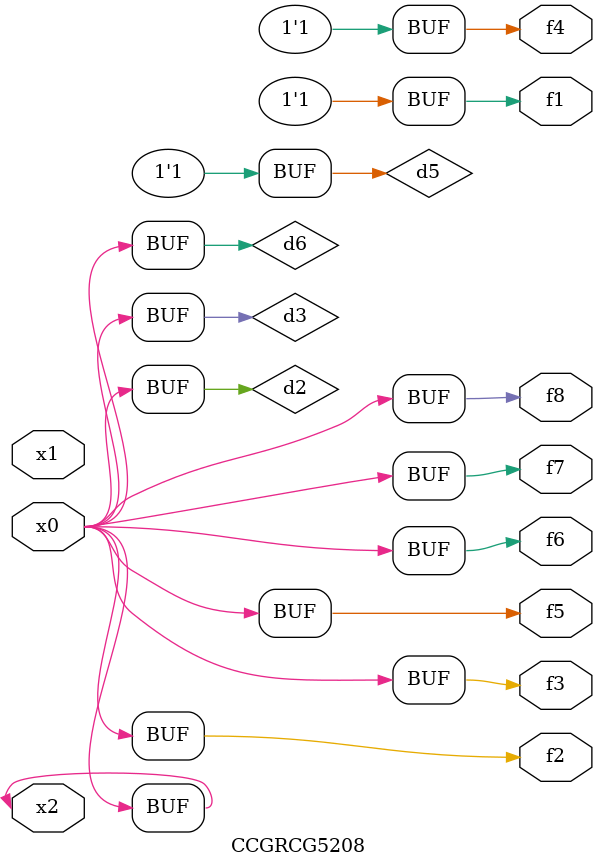
<source format=v>
module CCGRCG5208(
	input x0, x1, x2,
	output f1, f2, f3, f4, f5, f6, f7, f8
);

	wire d1, d2, d3, d4, d5, d6;

	xnor (d1, x2);
	buf (d2, x0, x2);
	and (d3, x0);
	xnor (d4, x1, x2);
	nand (d5, d1, d3);
	buf (d6, d2, d3);
	assign f1 = d5;
	assign f2 = d6;
	assign f3 = d6;
	assign f4 = d5;
	assign f5 = d6;
	assign f6 = d6;
	assign f7 = d6;
	assign f8 = d6;
endmodule

</source>
